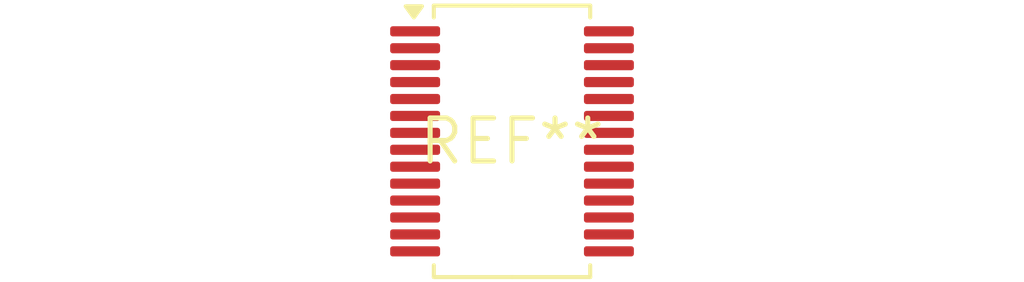
<source format=kicad_pcb>
(kicad_pcb (version 20240108) (generator pcbnew)
  (layers (0 "F.Cu" signal) (31 "B.Cu" signal) (34 "B.Paste" user) (35 "F.Paste" user) (36 "B.SilkS" user "B.Silkscreen") (37 "F.SilkS" user "F.Silkscreen") (38 "B.Mask" user) (39 "F.Mask" user) (44 "Edge.Cuts" user))
  (net 0 "")
  (footprint "TSSOP-28_4.4x7.8mm_P0.5mm" (layer "F.Cu") (at 0 0)
    (property "Reference" "REF**")
    (property "Value" "TSSOP-28_4.4x7.8mm_P0.5mm")
    (fp_line (start -2.31 -4.01) (end -2.31 -3.66) (layer "F.SilkS") (stroke (width 0.12)))
    (fp_line (start -2.31 4.01) (end -2.31 3.66) (layer "F.SilkS") (stroke (width 0.12)))
    (fp_line (start 0 -4.01) (end -2.31 -4.01) (layer "F.SilkS") (stroke (width 0.12)))
    (fp_line (start 0 -4.01) (end 2.31 -4.01) (layer "F.SilkS") (stroke (width 0.12)))
    (fp_line (start 0 4.01) (end -2.31 4.01) (layer "F.SilkS") (stroke (width 0.12)))
    (fp_line (start 0 4.01) (end 2.31 4.01) (layer "F.SilkS") (stroke (width 0.12)))
    (fp_line (start 2.31 -4.01) (end 2.31 -3.66) (layer "F.SilkS") (stroke (width 0.12)))
    (fp_line (start 2.31 4.01) (end 2.31 3.66) (layer "F.SilkS") (stroke (width 0.12)))
    (fp_poly (pts (xy -2.9 -3.66) (xy -3.14 -3.99) (xy -2.66 -3.99) (xy -2.9 -3.66)) (layer "F.SilkS") (stroke (width 0.12)) (fill solid))
    (pad "1" smd roundrect (at -2.8625 -3.25) (size 1.475 0.3) (layers "F.Cu" "F.Paste" "F.Mask"))
    (pad "2" smd roundrect (at -2.8625 -2.75) (size 1.475 0.3) (layers "F.Cu" "F.Paste" "F.Mask"))
    (pad "3" smd roundrect (at -2.8625 -2.25) (size 1.475 0.3) (layers "F.Cu" "F.Paste" "F.Mask"))
    (pad "4" smd roundrect (at -2.8625 -1.75) (size 1.475 0.3) (layers "F.Cu" "F.Paste" "F.Mask"))
    (pad "5" smd roundrect (at -2.8625 -1.25) (size 1.475 0.3) (layers "F.Cu" "F.Paste" "F.Mask"))
    (pad "6" smd roundrect (at -2.8625 -0.75) (size 1.475 0.3) (layers "F.Cu" "F.Paste" "F.Mask"))
    (pad "7" smd roundrect (at -2.8625 -0.25) (size 1.475 0.3) (layers "F.Cu" "F.Paste" "F.Mask"))
    (pad "8" smd roundrect (at -2.8625 0.25) (size 1.475 0.3) (layers "F.Cu" "F.Paste" "F.Mask"))
    (pad "9" smd roundrect (at -2.8625 0.75) (size 1.475 0.3) (layers "F.Cu" "F.Paste" "F.Mask"))
    (pad "10" smd roundrect (at -2.8625 1.25) (size 1.475 0.3) (layers "F.Cu" "F.Paste" "F.Mask"))
    (pad "11" smd roundrect (at -2.8625 1.75) (size 1.475 0.3) (layers "F.Cu" "F.Paste" "F.Mask"))
    (pad "12" smd roundrect (at -2.8625 2.25) (size 1.475 0.3) (layers "F.Cu" "F.Paste" "F.Mask"))
    (pad "13" smd roundrect (at -2.8625 2.75) (size 1.475 0.3) (layers "F.Cu" "F.Paste" "F.Mask"))
    (pad "14" smd roundrect (at -2.8625 3.25) (size 1.475 0.3) (layers "F.Cu" "F.Paste" "F.Mask"))
    (pad "15" smd roundrect (at 2.8625 3.25) (size 1.475 0.3) (layers "F.Cu" "F.Paste" "F.Mask"))
    (pad "16" smd roundrect (at 2.8625 2.75) (size 1.475 0.3) (layers "F.Cu" "F.Paste" "F.Mask"))
    (pad "17" smd roundrect (at 2.8625 2.25) (size 1.475 0.3) (layers "F.Cu" "F.Paste" "F.Mask"))
    (pad "18" smd roundrect (at 2.8625 1.75) (size 1.475 0.3) (layers "F.Cu" "F.Paste" "F.Mask"))
    (pad "19" smd roundrect (at 2.8625 1.25) (size 1.475 0.3) (layers "F.Cu" "F.Paste" "F.Mask"))
    (pad "20" smd roundrect (at 2.8625 0.75) (size 1.475 0.3) (layers "F.Cu" "F.Paste" "F.Mask"))
    (pad "21" smd roundrect (at 2.8625 0.25) (size 1.475 0.3) (layers "F.Cu" "F.Paste" "F.Mask"))
    (pad "22" smd roundrect (at 2.8625 -0.25) (size 1.475 0.3) (layers "F.Cu" "F.Paste" "F.Mask"))
    (pad "23" smd roundrect (at 2.8625 -0.75) (size 1.475 0.3) (layers "F.Cu" "F.Paste" "F.Mask"))
    (pad "24" smd roundrect (at 2.8625 -1.25) (size 1.475 0.3) (layers "F.Cu" "F.Paste" "F.Mask"))
    (pad "25" smd roundrect (at 2.8625 -1.75) (size 1.475 0.3) (layers "F.Cu" "F.Paste" "F.Mask"))
    (pad "26" smd roundrect (at 2.8625 -2.25) (size 1.475 0.3) (layers "F.Cu" "F.Paste" "F.Mask"))
    (pad "27" smd roundrect (at 2.8625 -2.75) (size 1.475 0.3) (layers "F.Cu" "F.Paste" "F.Mask"))
    (pad "28" smd roundrect (at 2.8625 -3.25) (size 1.475 0.3) (layers "F.Cu" "F.Paste" "F.Mask"))
  )
)
</source>
